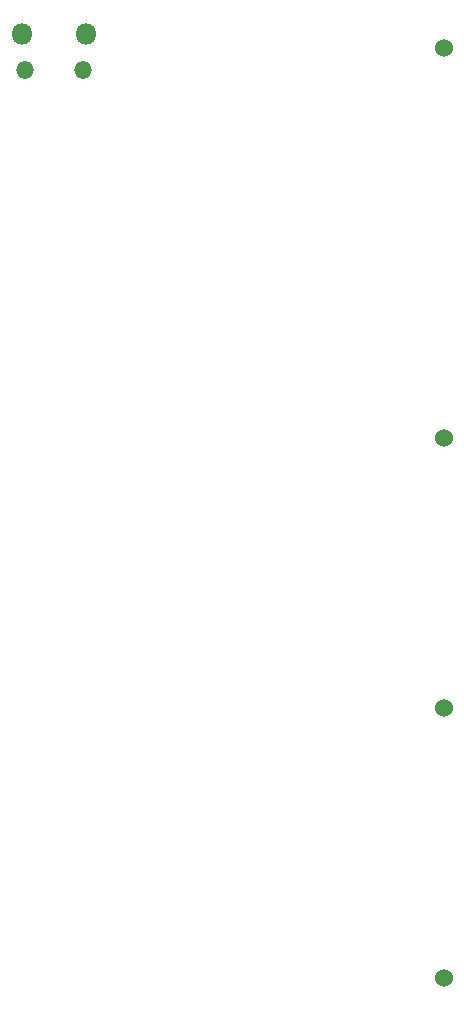
<source format=gbr>
%TF.GenerationSoftware,KiCad,Pcbnew,7.0.9*%
%TF.CreationDate,2024-05-09T16:07:40+09:00*%
%TF.ProjectId,TPIA,54504941-2e6b-4696-9361-645f70636258,rev?*%
%TF.SameCoordinates,Original*%
%TF.FileFunction,Soldermask,Bot*%
%TF.FilePolarity,Negative*%
%FSLAX46Y46*%
G04 Gerber Fmt 4.6, Leading zero omitted, Abs format (unit mm)*
G04 Created by KiCad (PCBNEW 7.0.9) date 2024-05-09 16:07:40*
%MOMM*%
%LPD*%
G01*
G04 APERTURE LIST*
%ADD10C,1.524000*%
%ADD11O,1.500000X1.500000*%
%ADD12O,1.800000X1.800000*%
G04 APERTURE END LIST*
D10*
%TO.C,REF\u002A\u002A*%
X173278800Y-126873000D03*
X173278800Y-104013000D03*
X173278800Y-149733000D03*
X173278800Y-70993000D03*
D11*
X142683800Y-72883000D03*
X137833800Y-72883000D03*
D12*
X137533800Y-69853000D03*
X142983800Y-69853000D03*
%TD*%
M02*

</source>
